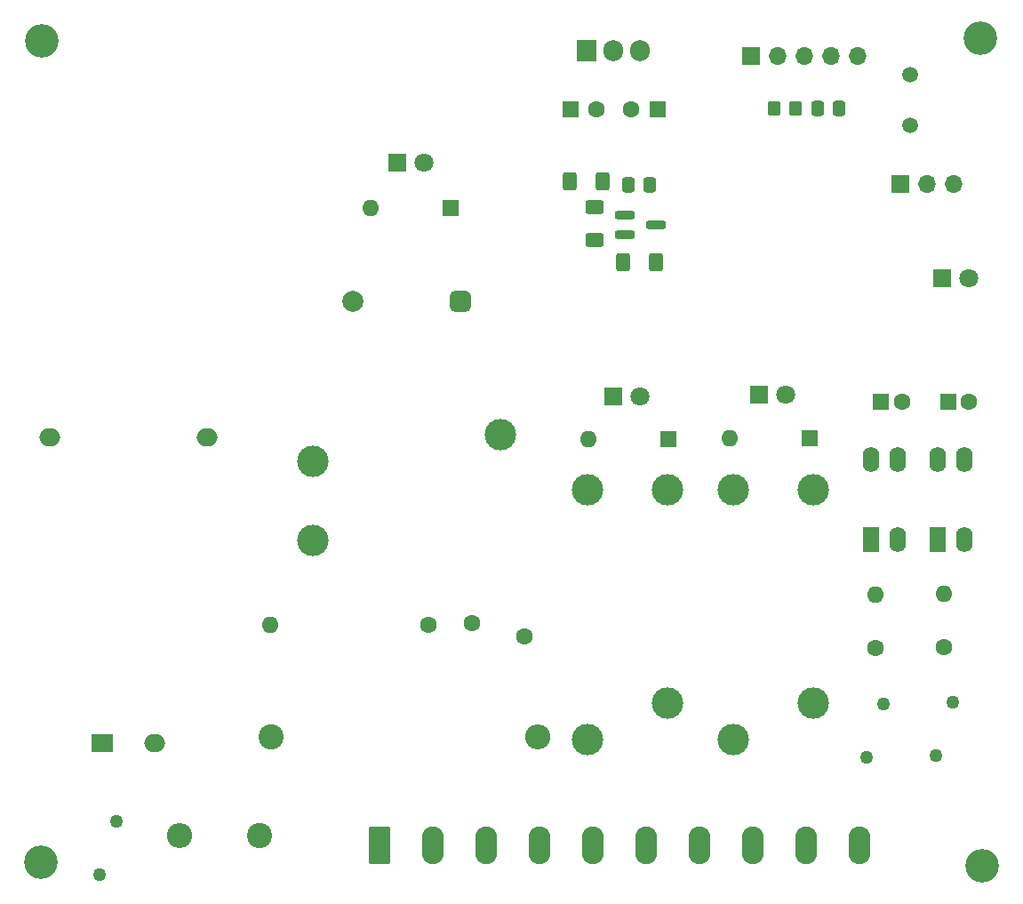
<source format=gbr>
%TF.GenerationSoftware,KiCad,Pcbnew,8.0.6*%
%TF.CreationDate,2024-12-30T11:18:50+02:00*%
%TF.ProjectId,project,70726f6a-6563-4742-9e6b-696361645f70,rev?*%
%TF.SameCoordinates,Original*%
%TF.FileFunction,Soldermask,Top*%
%TF.FilePolarity,Negative*%
%FSLAX46Y46*%
G04 Gerber Fmt 4.6, Leading zero omitted, Abs format (unit mm)*
G04 Created by KiCad (PCBNEW 8.0.6) date 2024-12-30 11:18:50*
%MOMM*%
%LPD*%
G01*
G04 APERTURE LIST*
G04 Aperture macros list*
%AMRoundRect*
0 Rectangle with rounded corners*
0 $1 Rounding radius*
0 $2 $3 $4 $5 $6 $7 $8 $9 X,Y pos of 4 corners*
0 Add a 4 corners polygon primitive as box body*
4,1,4,$2,$3,$4,$5,$6,$7,$8,$9,$2,$3,0*
0 Add four circle primitives for the rounded corners*
1,1,$1+$1,$2,$3*
1,1,$1+$1,$4,$5*
1,1,$1+$1,$6,$7*
1,1,$1+$1,$8,$9*
0 Add four rect primitives between the rounded corners*
20,1,$1+$1,$2,$3,$4,$5,0*
20,1,$1+$1,$4,$5,$6,$7,0*
20,1,$1+$1,$6,$7,$8,$9,0*
20,1,$1+$1,$8,$9,$2,$3,0*%
G04 Aperture macros list end*
%ADD10R,1.800000X1.800000*%
%ADD11C,1.800000*%
%ADD12R,1.600000X1.600000*%
%ADD13O,1.600000X1.600000*%
%ADD14C,1.600000*%
%ADD15C,3.200000*%
%ADD16C,1.270000*%
%ADD17RoundRect,0.249999X-0.790001X-1.550001X0.790001X-1.550001X0.790001X1.550001X-0.790001X1.550001X0*%
%ADD18O,2.080000X3.600000*%
%ADD19C,3.000000*%
%ADD20RoundRect,0.250000X-0.400000X-0.625000X0.400000X-0.625000X0.400000X0.625000X-0.400000X0.625000X0*%
%ADD21R,1.700000X1.700000*%
%ADD22O,1.700000X1.700000*%
%ADD23R,2.000000X1.700000*%
%ADD24O,2.000000X1.700000*%
%ADD25RoundRect,0.250000X0.400000X0.625000X-0.400000X0.625000X-0.400000X-0.625000X0.400000X-0.625000X0*%
%ADD26R,1.905000X2.000000*%
%ADD27O,1.905000X2.000000*%
%ADD28RoundRect,0.250000X-0.350000X-0.450000X0.350000X-0.450000X0.350000X0.450000X-0.350000X0.450000X0*%
%ADD29RoundRect,0.200000X-0.750000X-0.200000X0.750000X-0.200000X0.750000X0.200000X-0.750000X0.200000X0*%
%ADD30RoundRect,0.250000X-0.337500X-0.475000X0.337500X-0.475000X0.337500X0.475000X-0.337500X0.475000X0*%
%ADD31C,2.400000*%
%ADD32O,2.400000X2.400000*%
%ADD33RoundRect,0.250000X0.625000X-0.400000X0.625000X0.400000X-0.625000X0.400000X-0.625000X-0.400000X0*%
%ADD34RoundRect,0.500000X0.500000X-0.500000X0.500000X0.500000X-0.500000X0.500000X-0.500000X-0.500000X0*%
%ADD35C,2.000000*%
%ADD36R,1.600000X2.400000*%
%ADD37O,1.600000X2.400000*%
%ADD38C,1.500000*%
G04 APERTURE END LIST*
D10*
%TO.C,D3*%
X131127500Y-83282500D03*
D11*
X133667500Y-83282500D03*
%TD*%
D12*
%TO.C,D6*%
X136337500Y-87332500D03*
D13*
X128717500Y-87332500D03*
%TD*%
D10*
%TO.C,D2*%
X110558750Y-61073750D03*
D11*
X113098750Y-61073750D03*
%TD*%
D14*
%TO.C,RV1*%
X122657500Y-106127500D03*
X117657500Y-104877500D03*
%TD*%
D15*
%TO.C,H3*%
X166050000Y-49200000D03*
%TD*%
D16*
%TO.C,F1*%
X82150000Y-128850000D03*
X83750000Y-123750000D03*
%TD*%
D17*
%TO.C,J3*%
X108830000Y-126050000D03*
D18*
X113910000Y-126050000D03*
X118990000Y-126050000D03*
X124070000Y-126050000D03*
X129150000Y-126050000D03*
X134230000Y-126050000D03*
X139310000Y-126050000D03*
X144390000Y-126050000D03*
X149470000Y-126050000D03*
X154550000Y-126050000D03*
%TD*%
D14*
%TO.C,R23*%
X162600000Y-107182500D03*
D13*
X162600000Y-102102500D03*
%TD*%
D19*
%TO.C,K2*%
X136227500Y-112502500D03*
X128607500Y-116002500D03*
X136227500Y-92182500D03*
X128607500Y-92182500D03*
%TD*%
D20*
%TO.C,R3*%
X126950000Y-62800000D03*
X130050000Y-62800000D03*
%TD*%
D12*
%TO.C,C10*%
X135300000Y-55950000D03*
D14*
X132800000Y-55950000D03*
%TD*%
D16*
%TO.C,F3*%
X161800000Y-117517500D03*
X163400000Y-112417500D03*
%TD*%
D21*
%TO.C,J2*%
X144210000Y-50920000D03*
D22*
X146750000Y-50920000D03*
X149290000Y-50920000D03*
X151830000Y-50920000D03*
X154370000Y-50920000D03*
%TD*%
D23*
%TO.C,PS1*%
X82400000Y-116302500D03*
D24*
X87400000Y-116302500D03*
X77400000Y-87222500D03*
X92400000Y-87222500D03*
%TD*%
D25*
%TO.C,R6*%
X135150000Y-70550000D03*
X132050000Y-70550000D03*
%TD*%
D26*
%TO.C,U3*%
X128520000Y-50400000D03*
D27*
X131060000Y-50400000D03*
X133600000Y-50400000D03*
%TD*%
D15*
%TO.C,H2*%
X76600000Y-127650000D03*
%TD*%
D12*
%TO.C,D7*%
X149782500Y-87247500D03*
D13*
X142162500Y-87247500D03*
%TD*%
D28*
%TO.C,R4*%
X146450000Y-55850000D03*
X148450000Y-55850000D03*
%TD*%
D12*
%TO.C,C13*%
X156600000Y-83835000D03*
D14*
X158600000Y-83835000D03*
%TD*%
D12*
%TO.C,D5*%
X115643750Y-65373750D03*
D13*
X108023750Y-65373750D03*
%TD*%
D29*
%TO.C,U1*%
X132200000Y-66012500D03*
X132200000Y-67912500D03*
X135200000Y-66962500D03*
%TD*%
D16*
%TO.C,F2*%
X155250000Y-117700000D03*
X156850000Y-112600000D03*
%TD*%
D30*
%TO.C,C2*%
X150550000Y-55850000D03*
X152625000Y-55850000D03*
%TD*%
D21*
%TO.C,J1*%
X158410000Y-63105000D03*
D22*
X160950000Y-63105000D03*
X163490000Y-63105000D03*
%TD*%
D31*
%TO.C,TH1*%
X97370000Y-125150000D03*
D32*
X89750000Y-125150000D03*
%TD*%
D14*
%TO.C,R22*%
X156100000Y-107265000D03*
D13*
X156100000Y-102185000D03*
%TD*%
D15*
%TO.C,H1*%
X76650000Y-49400000D03*
%TD*%
D31*
%TO.C,R21*%
X98507500Y-115702500D03*
D32*
X123907500Y-115702500D03*
%TD*%
D33*
%TO.C,R5*%
X129300000Y-68400000D03*
X129300000Y-65300000D03*
%TD*%
D19*
%TO.C,K1*%
X120307500Y-86912500D03*
X102507500Y-97052500D03*
X102507500Y-89452500D03*
D34*
X116507500Y-74252500D03*
D35*
X106307500Y-74252500D03*
%TD*%
D30*
%TO.C,C5*%
X132512500Y-63150000D03*
X134587500Y-63150000D03*
%TD*%
D14*
%TO.C,C11*%
X113457500Y-105052500D03*
D13*
X98457500Y-105052500D03*
%TD*%
D36*
%TO.C,U5*%
X162025000Y-96975000D03*
D37*
X164565000Y-96975000D03*
X164565000Y-89355000D03*
X162025000Y-89355000D03*
%TD*%
D38*
%TO.C,Y1*%
X159410000Y-57520000D03*
X159410000Y-52620000D03*
%TD*%
D12*
%TO.C,C14*%
X162994888Y-83800000D03*
D14*
X164994888Y-83800000D03*
%TD*%
D12*
%TO.C,C8*%
X127000000Y-55950000D03*
D14*
X129500000Y-55950000D03*
%TD*%
D10*
%TO.C,D1*%
X162442500Y-72005000D03*
D11*
X164982500Y-72005000D03*
%TD*%
D36*
%TO.C,U4*%
X155625000Y-96960000D03*
D37*
X158165000Y-96960000D03*
X158165000Y-89340000D03*
X155625000Y-89340000D03*
%TD*%
D19*
%TO.C,K3*%
X150120000Y-112520000D03*
X142500000Y-116020000D03*
X150120000Y-92200000D03*
X142500000Y-92200000D03*
%TD*%
D15*
%TO.C,H4*%
X166250000Y-128000000D03*
%TD*%
D10*
%TO.C,D4*%
X144947500Y-83097500D03*
D11*
X147487500Y-83097500D03*
%TD*%
M02*

</source>
